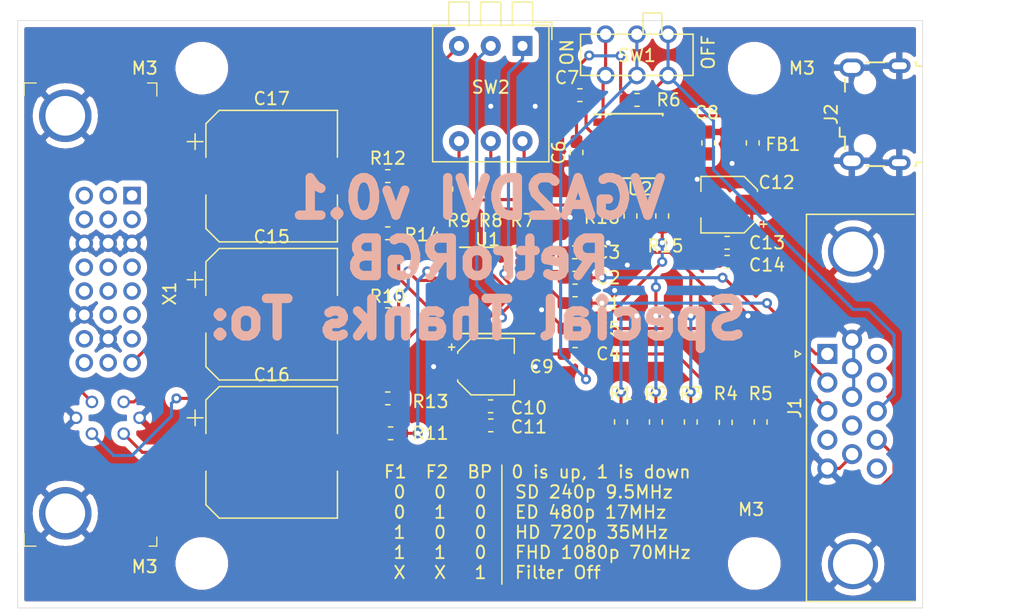
<source format=kicad_pcb>
(kicad_pcb (version 20171130) (host pcbnew "(5.1.0)-1")
  (layers (0 F.Cu signal) (31 B.Cu signal) (34 B.Paste user) (35 F.Paste user) (36 B.SilkS user) (37 F.SilkS user) (38 B.Mask user) (39 F.Mask user) (44 Edge.Cuts user))
  (net 0 "")
  (net 1 VGA_RED)
  (net 2 SF1_IN)
  (net 3 SF2_IN)
  (net 4 VGA_GREEN)
  (net 5 VGA_BLUE)
  (net 6 SF3_IN)
  (net 7 SD1_IN)
  (net 8 HSYNC_SWITCH)
  (net 9 VGA_VSYNC)
  (net 10 SD2_IN)
  (net 11 "Net-(C6-Pad2)")
  (net 12 GND)
  (net 13 "Net-(C8-Pad1)")
  (net 14 5V)
  (net 15 RED_OUT)
  (net 16 "Net-(C15-Pad2)")
  (net 17 "Net-(C16-Pad2)")
  (net 18 GREEN_OUT)
  (net 19 BLUE_OUT)
  (net 20 "Net-(C17-Pad2)")
  (net 21 "Net-(FB1-Pad2)")
  (net 22 "Net-(J1-Pad4)")
  (net 23 "Net-(J1-Pad9)")
  (net 24 "Net-(J1-Pad11)")
  (net 25 "Net-(J1-Pad12)")
  (net 26 VGA_HSYNC)
  (net 27 "Net-(J1-Pad15)")
  (net 28 "Net-(J2-Pad2)")
  (net 29 "Net-(J2-Pad3)")
  (net 30 "Net-(J2-Pad4)")
  (net 31 "Net-(R7-Pad1)")
  (net 32 "Net-(R8-Pad1)")
  (net 33 "Net-(R9-Pad1)")
  (net 34 "Net-(R10-Pad2)")
  (net 35 "Net-(R11-Pad2)")
  (net 36 "Net-(R12-Pad2)")
  (net 37 HSYNC_OUT)
  (net 38 "Net-(R13-Pad2)")
  (net 39 "Net-(R14-Pad2)")
  (net 40 VSYNC_OUT)
  (net 41 STRIP_SYNC)
  (net 42 FILTER1)
  (net 43 FILTER2)
  (net 44 BYPASS)
  (net 45 "Net-(U1-Pad15)")
  (net 46 "Net-(U1-Pad17)")
  (net 47 "Net-(U1-Pad18)")
  (net 48 "Net-(U2-Pad3)")
  (net 49 "Net-(U2-Pad5)")
  (net 50 "Net-(U2-Pad7)")
  (net 51 "Net-(X1-Pad17)")
  (net 52 "Net-(X1-Pad18)")
  (net 53 "Net-(X1-Pad20)")
  (net 54 "Net-(X1-Pad21)")
  (net 55 "Net-(X1-Pad23)")
  (net 56 "Net-(X1-Pad24)")
  (net 57 "Net-(X1-Pad9)")
  (net 58 "Net-(X1-Pad10)")
  (net 59 "Net-(X1-Pad12)")
  (net 60 "Net-(X1-Pad13)")
  (net 61 "Net-(X1-Pad14)")
  (net 62 "Net-(X1-Pad16)")
  (net 63 "Net-(X1-Pad1)")
  (net 64 "Net-(X1-Pad2)")
  (net 65 "Net-(X1-Pad4)")
  (net 66 "Net-(X1-Pad5)")
  (net 67 "Net-(X1-Pad6)")
  (net 68 "Net-(X1-Pad7)")
  (net 69 "Net-(C7-Pad2)")
  (module MountingHole:MountingHole_3.2mm_M3 (layer F.Cu) (at 150.368 83.82)
    (fp_text reference M3 (at 3.81 0) (layer F.SilkS))
    (fp_text value MountingHole_3.2mm_M3)
    (pad 1 np_thru_hole circle (at 0 0) (size 3.2 3.2) (drill 3.2) (layers *.Cu *.Mask))
  )
  (module MountingHole:MountingHole_3.2mm_M3 (layer F.Cu) (at 150.368 123.444)
    (fp_text reference M3 (at -0.254 -4.318) (layer F.SilkS))
    (fp_text value MountingHole_3.2mm_M3)
    (pad 1 np_thru_hole circle (at 0 0) (size 3.2 3.2) (drill 3.2) (layers *.Cu *.Mask))
  )
  (module MountingHole:MountingHole_3.2mm_M3 (layer F.Cu) (at 106.172 83.82)
    (fp_text reference M3 (at -4.572 0) (layer F.SilkS))
    (fp_text value MountingHole_3.2mm_M3)
    (pad 1 np_thru_hole circle (at 0 0) (size 3.2 3.2) (drill 3.2) (layers *.Cu *.Mask))
  )
  (module MountingHole:MountingHole_3.2mm_M3 (layer F.Cu) (at 106.172 123.444)
    (fp_text reference M3 (at -4.572 0.254) (layer F.SilkS))
    (fp_text value MountingHole_3.2mm_M3)
    (pad 1 np_thru_hole circle (at 0 0) (size 3.2 3.2) (drill 3.2) (layers *.Cu *.Mask))
  )
  (module Connector_Dsub:DSUB-15-HD_Female_Horizontal_P2.29x1.98mm_EdgePinOffset3.03mm_Housed_MountingHolesOffset4.94mm (layer F.Cu) (at 160.02 111.125 90)
    (fp_text reference J1 (at 0.13 -6.42 90) (layer F.SilkS))
    (fp_text value DB15_Female_HighDensity)
    (pad 1 thru_hole rect (at 4.445 -3.81 90) (size 1.6 1.6) (drill 1) (layers *.Cu *.Mask) (net 1 VGA_RED))
    (pad 2 thru_hole circle (at 2.155 -3.81 90) (size 1.6 1.6) (drill 1) (layers *.Cu *.Mask) (net 4 VGA_GREEN))
    (pad 3 thru_hole circle (at -0.135 -3.81 90) (size 1.6 1.6) (drill 1) (layers *.Cu *.Mask) (net 5 VGA_BLUE))
    (pad 4 thru_hole circle (at -2.425 -3.81 90) (size 1.6 1.6) (drill 1) (layers *.Cu *.Mask) (net 22 "Net-(J1-Pad4)"))
    (pad 5 thru_hole circle (at -4.715 -3.81 90) (size 1.6 1.6) (drill 1) (layers *.Cu *.Mask) (net 12 GND))
    (pad 6 thru_hole circle (at 5.59 -1.83 90) (size 1.6 1.6) (drill 1) (layers *.Cu *.Mask) (net 12 GND))
    (pad 7 thru_hole circle (at 3.3 -1.83 90) (size 1.6 1.6) (drill 1) (layers *.Cu *.Mask) (net 12 GND))
    (pad 8 thru_hole circle (at 1.01 -1.83 90) (size 1.6 1.6) (drill 1) (layers *.Cu *.Mask) (net 12 GND))
    (pad 9 thru_hole circle (at -1.28 -1.83 90) (size 1.6 1.6) (drill 1) (layers *.Cu *.Mask) (net 23 "Net-(J1-Pad9)"))
    (pad 10 thru_hole circle (at -3.57 -1.83 90) (size 1.6 1.6) (drill 1) (layers *.Cu *.Mask) (net 12 GND))
    (pad 11 thru_hole circle (at 4.445 0.15 90) (size 1.6 1.6) (drill 1) (layers *.Cu *.Mask) (net 24 "Net-(J1-Pad11)"))
    (pad 12 thru_hole circle (at 2.155 0.15 90) (size 1.6 1.6) (drill 1) (layers *.Cu *.Mask) (net 25 "Net-(J1-Pad12)"))
    (pad 13 thru_hole circle (at -0.135 0.15 90) (size 1.6 1.6) (drill 1) (layers *.Cu *.Mask) (net 26 VGA_HSYNC))
    (pad 14 thru_hole circle (at -2.425 0.15 90) (size 1.6 1.6) (drill 1) (layers *.Cu *.Mask) (net 9 VGA_VSYNC))
    (pad 15 thru_hole circle (at -4.715 0.15 90) (size 1.6 1.6) (drill 1) (layers *.Cu *.Mask) (net 27 "Net-(J1-Pad15)"))
    (pad 0 thru_hole circle (at -12.37 -1.76 90) (size 4 4) (drill 3.2) (layers *.Cu *.Mask) (net 12 GND))
    (pad 0 thru_hole circle (at 12.63 -1.76 90) (size 4 4) (drill 3.2) (layers *.Cu *.Mask) (net 12 GND))
  )
  (module "SCART to DVI-A Compact:JS202011" (layer F.Cu) (at 140.97 82.804 180)
    (fp_text reference SW1 hide)
    (fp_text value SW_DPDT_x2 hide)
    (pad 1 thru_hole circle (at -2.5 1.7 180) (size 1.408 1.408) (drill 0.9) (layers *.Cu *.Mask) (net 26 VGA_HSYNC))
    (pad 2 thru_hole circle (at 0 1.7 180) (size 1.408 1.408) (drill 0.9) (layers *.Cu *.Mask) (net 8 HSYNC_SWITCH))
    (pad 3 thru_hole circle (at 2.5 1.7 180) (size 1.408 1.408) (drill 0.9) (layers *.Cu *.Mask) (net 41 STRIP_SYNC))
    (pad 6 thru_hole circle (at 2.5 -1.6 180) (size 1.408 1.408) (drill 0.9) (layers *.Cu *.Mask) (net 41 STRIP_SYNC))
    (pad 5 thru_hole circle (at 0 -1.6 180) (size 1.408 1.408) (drill 0.9) (layers *.Cu *.Mask) (net 8 HSYNC_SWITCH))
    (pad 4 thru_hole circle (at -2.5 -1.6 180) (size 1.408 1.408) (drill 0.9) (layers *.Cu *.Mask) (net 26 VGA_HSYNC))
  )
  (module Capacitor_SMD:C_0603_1608Metric_Pad1.05x0.95mm_HandSolder (layer F.Cu) (at 136.031 102.616)
    (fp_text reference C1 (at 2.653 0) (layer F.SilkS))
    (fp_text value 100nF)
    (pad 2 smd roundrect (at 0.875 0) (size 1.05 0.95) (layers F.Cu F.Paste F.Mask) (net 1 VGA_RED))
    (pad 1 smd roundrect (at -0.875 0) (size 1.05 0.95) (layers F.Cu F.Paste F.Mask) (net 2 SF1_IN))
  )
  (module Capacitor_SMD:C_0603_1608Metric_Pad1.05x0.95mm_HandSolder (layer F.Cu) (at 136.031 100.584)
    (fp_text reference C2 (at 2.653 0) (layer F.SilkS))
    (fp_text value 100nF)
    (pad 1 smd roundrect (at -0.875 0) (size 1.05 0.95) (layers F.Cu F.Paste F.Mask) (net 3 SF2_IN))
    (pad 2 smd roundrect (at 0.875 0) (size 1.05 0.95) (layers F.Cu F.Paste F.Mask) (net 4 VGA_GREEN))
  )
  (module Capacitor_SMD:C_0603_1608Metric_Pad1.05x0.95mm_HandSolder (layer F.Cu) (at 136.003 98.552)
    (fp_text reference C3 (at 2.681 0) (layer F.SilkS))
    (fp_text value 100nF)
    (pad 2 smd roundrect (at 0.875 0) (size 1.05 0.95) (layers F.Cu F.Paste F.Mask) (net 5 VGA_BLUE))
    (pad 1 smd roundrect (at -0.875 0) (size 1.05 0.95) (layers F.Cu F.Paste F.Mask) (net 6 SF3_IN))
  )
  (module Capacitor_SMD:C_0603_1608Metric_Pad1.05x0.95mm_HandSolder (layer F.Cu) (at 136.031 106.68)
    (fp_text reference C4 (at 2.653 0) (layer F.SilkS))
    (fp_text value 100nF)
    (pad 1 smd roundrect (at -0.875 0) (size 1.05 0.95) (layers F.Cu F.Paste F.Mask) (net 7 SD1_IN))
    (pad 2 smd roundrect (at 0.875 0) (size 1.05 0.95) (layers F.Cu F.Paste F.Mask) (net 8 HSYNC_SWITCH))
  )
  (module Capacitor_SMD:C_0603_1608Metric_Pad1.05x0.95mm_HandSolder (layer F.Cu) (at 136.031 104.648)
    (fp_text reference C5 (at 2.653 0) (layer F.SilkS))
    (fp_text value 100nF)
    (pad 2 smd roundrect (at 0.875 0) (size 1.05 0.95) (layers F.Cu F.Paste F.Mask) (net 9 VGA_VSYNC))
    (pad 1 smd roundrect (at -0.875 0) (size 1.05 0.95) (layers F.Cu F.Paste F.Mask) (net 10 SD2_IN))
  )
  (module Capacitor_SMD:C_0603_1608Metric_Pad1.05x0.95mm_HandSolder (layer F.Cu) (at 136.144 90.565 90)
    (fp_text reference C6 (at 0 -1.43 90) (layer F.SilkS))
    (fp_text value 510pF)
    (pad 2 smd roundrect (at 0.875 0 90) (size 1.05 0.95) (layers F.Cu F.Paste F.Mask) (net 11 "Net-(C6-Pad2)"))
    (pad 1 smd roundrect (at -0.875 0 90) (size 1.05 0.95) (layers F.Cu F.Paste F.Mask) (net 12 GND))
  )
  (module Capacitor_SMD:C_0603_1608Metric_Pad1.05x0.95mm_HandSolder (layer F.Cu) (at 136.412 85.979)
    (fp_text reference C7 (at -1.03 -1.397) (layer F.SilkS))
    (fp_text value 100nF)
    (pad 1 smd roundrect (at -0.875 0) (size 1.05 0.95) (layers F.Cu F.Paste F.Mask) (net 11 "Net-(C6-Pad2)"))
    (pad 2 smd roundrect (at 0.875 0) (size 1.05 0.95) (layers F.Cu F.Paste F.Mask) (net 69 "Net-(C7-Pad2)"))
  )
  (module Capacitor_SMD:C_0603_1608Metric_Pad1.05x0.95mm_HandSolder (layer F.Cu) (at 146.685 89.803 90)
    (fp_text reference C8 (at 2.427 -0.127 180) (layer F.SilkS))
    (fp_text value 56nF)
    (pad 1 smd roundrect (at -0.875 0 90) (size 1.05 0.95) (layers F.Cu F.Paste F.Mask) (net 13 "Net-(C8-Pad1)"))
    (pad 2 smd roundrect (at 0.875 0 90) (size 1.05 0.95) (layers F.Cu F.Paste F.Mask) (net 12 GND))
  )
  (module Capacitor_SMD:CP_Elec_4x5.4 (layer F.Cu) (at 128.905 107.696)
    (fp_text reference C9 (at 4.445 0) (layer F.SilkS))
    (fp_text value 10μF)
    (pad 2 smd roundrect (at 1.8 0) (size 2.6 1.6) (layers F.Cu F.Paste F.Mask) (roundrect_rratio 0.15625) (net 12 GND))
    (pad 1 smd roundrect (at -1.8 0) (size 2.6 1.6) (layers F.Cu F.Paste F.Mask) (roundrect_rratio 0.15625) (net 14 5V))
  )
  (module Capacitor_SMD:C_0603_1608Metric_Pad1.05x0.95mm_HandSolder (layer F.Cu) (at 129.272 110.871 180)
    (fp_text reference C10 (at -3.062 -0.127 180) (layer F.SilkS))
    (fp_text value 100nF)
    (pad 2 smd roundrect (at 0.875 0 180) (size 1.05 0.95) (layers F.Cu F.Paste F.Mask) (net 14 5V))
    (pad 1 smd roundrect (at -0.875 0 180) (size 1.05 0.95) (layers F.Cu F.Paste F.Mask) (net 12 GND))
  )
  (module Capacitor_SMD:C_0603_1608Metric_Pad1.05x0.95mm_HandSolder (layer F.Cu) (at 129.286 112.395 180)
    (fp_text reference C11 (at -3.048 -0.127 180) (layer F.SilkS))
    (fp_text value 10nF)
    (pad 1 smd roundrect (at -0.875 0 180) (size 1.05 0.95) (layers F.Cu F.Paste F.Mask) (net 12 GND))
    (pad 2 smd roundrect (at 0.875 0 180) (size 1.05 0.95) (layers F.Cu F.Paste F.Mask) (net 14 5V))
  )
  (module Capacitor_SMD:CP_Elec_4x5.4 (layer F.Cu) (at 148.358 94.742 180)
    (fp_text reference C12 (at -3.788 1.778 180) (layer F.SilkS))
    (fp_text value 10μF)
    (pad 1 smd roundrect (at -1.8 0 180) (size 2.6 1.6) (layers F.Cu F.Paste F.Mask) (roundrect_rratio 0.15625) (net 14 5V))
    (pad 2 smd roundrect (at 1.8 0 180) (size 2.6 1.6) (layers F.Cu F.Paste F.Mask) (roundrect_rratio 0.15625) (net 12 GND))
  )
  (module Capacitor_SMD:C_0603_1608Metric_Pad1.05x0.95mm_HandSolder (layer F.Cu) (at 148.195 97.79)
    (fp_text reference C13 (at 3.189 0) (layer F.SilkS))
    (fp_text value 100nF)
    (pad 2 smd roundrect (at 0.875 0) (size 1.05 0.95) (layers F.Cu F.Paste F.Mask) (net 14 5V))
    (pad 1 smd roundrect (at -0.875 0) (size 1.05 0.95) (layers F.Cu F.Paste F.Mask) (net 12 GND))
  )
  (module Capacitor_SMD:C_0603_1608Metric_Pad1.05x0.95mm_HandSolder (layer F.Cu) (at 148.195 99.314)
    (fp_text reference C14 (at 3.189 0.254) (layer F.SilkS))
    (fp_text value 10nF)
    (pad 1 smd roundrect (at -0.875 0) (size 1.05 0.95) (layers F.Cu F.Paste F.Mask) (net 12 GND))
    (pad 2 smd roundrect (at 0.875 0) (size 1.05 0.95) (layers F.Cu F.Paste F.Mask) (net 14 5V))
  )
  (module Capacitor_SMD:CP_Elec_10x10 (layer F.Cu) (at 111.76 103.505)
    (fp_text reference C15 (at 0 -6.2) (layer F.SilkS))
    (fp_text value 470μF)
    (pad 1 smd roundrect (at -4 0) (size 4 2.5) (layers F.Cu F.Paste F.Mask) (roundrect_rratio 0.1) (net 15 RED_OUT))
    (pad 2 smd roundrect (at 4 0) (size 4 2.5) (layers F.Cu F.Paste F.Mask) (roundrect_rratio 0.1) (net 16 "Net-(C15-Pad2)"))
  )
  (module Capacitor_SMD:CP_Elec_10x10 (layer F.Cu) (at 111.76 114.554)
    (fp_text reference C16 (at 0 -6.2) (layer F.SilkS))
    (fp_text value 470μF)
    (pad 2 smd roundrect (at 4 0) (size 4 2.5) (layers F.Cu F.Paste F.Mask) (roundrect_rratio 0.1) (net 17 "Net-(C16-Pad2)"))
    (pad 1 smd roundrect (at -4 0) (size 4 2.5) (layers F.Cu F.Paste F.Mask) (roundrect_rratio 0.1) (net 18 GREEN_OUT))
  )
  (module Capacitor_SMD:CP_Elec_10x10 (layer F.Cu) (at 111.76 92.456)
    (fp_text reference C17 (at 0 -6.2) (layer F.SilkS))
    (fp_text value 470μF)
    (pad 1 smd roundrect (at -4 0) (size 4 2.5) (layers F.Cu F.Paste F.Mask) (roundrect_rratio 0.1) (net 19 BLUE_OUT))
    (pad 2 smd roundrect (at 4 0) (size 4 2.5) (layers F.Cu F.Paste F.Mask) (roundrect_rratio 0.1) (net 20 "Net-(C17-Pad2)"))
  )
  (module Inductor_SMD:L_0603_1608Metric_Pad1.05x0.95mm_HandSolder (layer F.Cu) (at 150.241 89.803 90)
    (fp_text reference FB1 (at -0.113 2.413 180) (layer F.SilkS))
    (fp_text value 220Ω)
    (pad 1 smd roundrect (at -0.875 0 90) (size 1.05 0.95) (layers F.Cu F.Paste F.Mask) (net 14 5V))
    (pad 2 smd roundrect (at 0.875 0 90) (size 1.05 0.95) (layers F.Cu F.Paste F.Mask) (net 21 "Net-(FB1-Pad2)"))
  )
  (module Connector_USB:USB_Micro-B_Wuerth_629105150521 (layer F.Cu) (at 160.02 87.503 90)
    (fp_text reference J2 (at 0 -3.5 90) (layer F.SilkS))
    (fp_text value USB_B_Micro)
    (pad 1 smd rect (at -1.3 -1.9 90) (size 0.45 1.3) (layers F.Cu F.Paste F.Mask) (net 21 "Net-(FB1-Pad2)"))
    (pad 2 smd rect (at -0.65 -1.9 90) (size 0.45 1.3) (layers F.Cu F.Paste F.Mask) (net 28 "Net-(J2-Pad2)"))
    (pad 3 smd rect (at 0 -1.9 90) (size 0.45 1.3) (layers F.Cu F.Paste F.Mask) (net 29 "Net-(J2-Pad3)"))
    (pad 4 smd rect (at 0.65 -1.9 90) (size 0.45 1.3) (layers F.Cu F.Paste F.Mask) (net 30 "Net-(J2-Pad4)"))
    (pad 5 smd rect (at 1.3 -1.9 90) (size 0.45 1.3) (layers F.Cu F.Paste F.Mask) (net 12 GND))
    (pad 6 thru_hole oval (at -3.725 -1.85 90) (size 1.45 2) (drill oval 0.85 1.4) (layers *.Cu *.Mask) (net 12 GND))
    (pad 6 thru_hole oval (at 3.725 -1.85 90) (size 1.45 2) (drill oval 0.85 1.4) (layers *.Cu *.Mask) (net 12 GND))
    (pad 6 thru_hole oval (at -3.875 1.95 90) (size 1.15 1.8) (drill oval 0.55 1.2) (layers *.Cu *.Mask) (net 12 GND))
    (pad 6 thru_hole oval (at 3.875 1.95 90) (size 1.15 1.8) (drill oval 0.55 1.2) (layers *.Cu *.Mask) (net 12 GND))
    (pad "" np_thru_hole oval (at -2.5 -0.8 90) (size 0.8 0.8) (drill 0.8) (layers *.Cu *.Mask))
    (pad "" np_thru_hole oval (at 2.5 -0.8 90) (size 0.8 0.8) (drill 0.8) (layers *.Cu *.Mask))
  )
  (module Resistor_SMD:R_0603_1608Metric_Pad1.05x0.95mm_HandSolder (layer F.Cu) (at 139.7 112.127 90)
    (fp_text reference R1 (at 2.272 0 180) (layer F.SilkS))
    (fp_text value 75Ω)
    (pad 1 smd roundrect (at -0.875 0 90) (size 1.05 0.95) (layers F.Cu F.Paste F.Mask) (net 12 GND))
    (pad 2 smd roundrect (at 0.875 0 90) (size 1.05 0.95) (layers F.Cu F.Paste F.Mask) (net 1 VGA_RED))
  )
  (module Resistor_SMD:R_0603_1608Metric_Pad1.05x0.95mm_HandSolder (layer F.Cu) (at 142.494 112.127 90)
    (fp_text reference R2 (at 2.272 0 180) (layer F.SilkS))
    (fp_text value 75Ω)
    (pad 1 smd roundrect (at -0.875 0 90) (size 1.05 0.95) (layers F.Cu F.Paste F.Mask) (net 12 GND))
    (pad 2 smd roundrect (at 0.875 0 90) (size 1.05 0.95) (layers F.Cu F.Paste F.Mask) (net 4 VGA_GREEN))
  )
  (module Resistor_SMD:R_0603_1608Metric_Pad1.05x0.95mm_HandSolder (layer F.Cu) (at 145.288 112.127 90)
    (fp_text reference R3 (at 2.272 0 180) (layer F.SilkS))
    (fp_text value 75Ω)
    (pad 2 smd roundrect (at 0.875 0 90) (size 1.05 0.95) (layers F.Cu F.Paste F.Mask) (net 5 VGA_BLUE))
    (pad 1 smd roundrect (at -0.875 0 90) (size 1.05 0.95) (layers F.Cu F.Paste F.Mask) (net 12 GND))
  )
  (module Resistor_SMD:R_0603_1608Metric_Pad1.05x0.95mm_HandSolder (layer F.Cu) (at 148.082 112.155 90)
    (fp_text reference R4 (at 2.3 0 180) (layer F.SilkS))
    (fp_text value 75Ω)
    (pad 2 smd roundrect (at 0.875 0 90) (size 1.05 0.95) (layers F.Cu F.Paste F.Mask) (net 8 HSYNC_SWITCH))
    (pad 1 smd roundrect (at -0.875 0 90) (size 1.05 0.95) (layers F.Cu F.Paste F.Mask) (net 12 GND))
  )
  (module Resistor_SMD:R_0603_1608Metric_Pad1.05x0.95mm_HandSolder (layer F.Cu) (at 150.876 112.127 90)
    (fp_text reference R5 (at 2.272 0 180) (layer F.SilkS))
    (fp_text value 75Ω)
    (pad 1 smd roundrect (at -0.875 0 90) (size 1.05 0.95) (layers F.Cu F.Paste F.Mask) (net 12 GND))
    (pad 2 smd roundrect (at 0.875 0 90) (size 1.05 0.95) (layers F.Cu F.Paste F.Mask) (net 9 VGA_VSYNC))
  )
  (module Resistor_SMD:R_0603_1608Metric_Pad1.05x0.95mm_HandSolder (layer F.Cu) (at 140.984 86.36)
    (fp_text reference R6 (at 2.526 0) (layer F.SilkS))
    (fp_text value 620Ω)
    (pad 2 smd roundrect (at 0.875 0) (size 1.05 0.95) (layers F.Cu F.Paste F.Mask) (net 26 VGA_HSYNC))
    (pad 1 smd roundrect (at -0.875 0) (size 1.05 0.95) (layers F.Cu F.Paste F.Mask) (net 11 "Net-(C6-Pad2)"))
  )
  (module Resistor_SMD:R_0603_1608Metric_Pad1.05x0.95mm_HandSolder (layer F.Cu) (at 131.953 93.486 270)
    (fp_text reference R7 (at 2.526 0.127) (layer F.SilkS))
    (fp_text value 10K)
    (pad 1 smd roundrect (at -0.875 0 270) (size 1.05 0.95) (layers F.Cu F.Paste F.Mask) (net 31 "Net-(R7-Pad1)"))
    (pad 2 smd roundrect (at 0.875 0 270) (size 1.05 0.95) (layers F.Cu F.Paste F.Mask) (net 14 5V))
  )
  (module Resistor_SMD:R_0603_1608Metric_Pad1.05x0.95mm_HandSolder (layer F.Cu) (at 129.286 93.458 270)
    (fp_text reference R8 (at 2.554 0) (layer F.SilkS))
    (fp_text value 10K)
    (pad 2 smd roundrect (at 0.875 0 270) (size 1.05 0.95) (layers F.Cu F.Paste F.Mask) (net 14 5V))
    (pad 1 smd roundrect (at -0.875 0 270) (size 1.05 0.95) (layers F.Cu F.Paste F.Mask) (net 32 "Net-(R8-Pad1)"))
  )
  (module Resistor_SMD:R_0603_1608Metric_Pad1.05x0.95mm_HandSolder (layer F.Cu) (at 126.746 93.486 270)
    (fp_text reference R9 (at 2.526 0) (layer F.SilkS))
    (fp_text value 10K)
    (pad 2 smd roundrect (at 0.875 0 270) (size 1.05 0.95) (layers F.Cu F.Paste F.Mask) (net 14 5V))
    (pad 1 smd roundrect (at -0.875 0 270) (size 1.05 0.95) (layers F.Cu F.Paste F.Mask) (net 33 "Net-(R9-Pad1)"))
  )
  (module Resistor_SMD:R_0603_1608Metric_Pad1.05x0.95mm_HandSolder (layer F.Cu) (at 121.045 103.505)
    (fp_text reference R10 (at 0 -1.43) (layer F.SilkS))
    (fp_text value 75Ω)
    (pad 1 smd roundrect (at -0.875 0) (size 1.05 0.95) (layers F.Cu F.Paste F.Mask) (net 16 "Net-(C15-Pad2)"))
    (pad 2 smd roundrect (at 0.875 0) (size 1.05 0.95) (layers F.Cu F.Paste F.Mask) (net 34 "Net-(R10-Pad2)"))
  )
  (module Resistor_SMD:R_0603_1608Metric_Pad1.05x0.95mm_HandSolder (layer F.Cu) (at 121.271 113.03)
    (fp_text reference R11 (at 3.189 0) (layer F.SilkS))
    (fp_text value 75Ω)
    (pad 2 smd roundrect (at 0.875 0) (size 1.05 0.95) (layers F.Cu F.Paste F.Mask) (net 35 "Net-(R11-Pad2)"))
    (pad 1 smd roundrect (at -0.875 0) (size 1.05 0.95) (layers F.Cu F.Paste F.Mask) (net 17 "Net-(C16-Pad2)"))
  )
  (module Resistor_SMD:R_0603_1608Metric_Pad1.05x0.95mm_HandSolder (layer F.Cu) (at 121.045 92.456)
    (fp_text reference R12 (at 0 -1.43) (layer F.SilkS))
    (fp_text value 75Ω)
    (pad 1 smd roundrect (at -0.875 0) (size 1.05 0.95) (layers F.Cu F.Paste F.Mask) (net 20 "Net-(C17-Pad2)"))
    (pad 2 smd roundrect (at 0.875 0) (size 1.05 0.95) (layers F.Cu F.Paste F.Mask) (net 36 "Net-(R12-Pad2)"))
  )
  (module Resistor_SMD:R_0603_1608Metric_Pad1.05x0.95mm_HandSolder (layer F.Cu) (at 121.045 110.236)
    (fp_text reference R13 (at 3.415 0.254) (layer F.SilkS))
    (fp_text value 75Ω)
    (pad 1 smd roundrect (at -0.875 0) (size 1.05 0.95) (layers F.Cu F.Paste F.Mask) (net 37 HSYNC_OUT))
    (pad 2 smd roundrect (at 0.875 0) (size 1.05 0.95) (layers F.Cu F.Paste F.Mask) (net 38 "Net-(R13-Pad2)"))
  )
  (module Resistor_SMD:R_0603_1608Metric_Pad1.05x0.95mm_HandSolder (layer F.Cu) (at 121.045 97.028)
    (fp_text reference R14 (at 2.78 0.127) (layer F.SilkS))
    (fp_text value 75Ω)
    (pad 2 smd roundrect (at 0.875 0) (size 1.05 0.95) (layers F.Cu F.Paste F.Mask) (net 39 "Net-(R14-Pad2)"))
    (pad 1 smd roundrect (at -0.875 0) (size 1.05 0.95) (layers F.Cu F.Paste F.Mask) (net 40 VSYNC_OUT))
  )
  (module Resistor_SMD:R_0603_1608Metric_Pad1.05x0.95mm_HandSolder (layer F.Cu) (at 143.002 95.645 270)
    (fp_text reference R15 (at 2.399 -0.254) (layer F.SilkS))
    (fp_text value 5.36M)
    (pad 1 smd roundrect (at -0.875 0 270) (size 1.05 0.95) (layers F.Cu F.Paste F.Mask) (net 14 5V))
    (pad 2 smd roundrect (at 0.875 0 270) (size 1.05 0.95) (layers F.Cu F.Paste F.Mask) (net 2 SF1_IN))
  )
  (module Resistor_SMD:R_0603_1608Metric_Pad1.05x0.95mm_HandSolder (layer F.Cu) (at 140.462 95.645 270)
    (fp_text reference R16 (at 0.113 2.286) (layer F.SilkS))
    (fp_text value 5.36M)
    (pad 2 smd roundrect (at 0.875 0 270) (size 1.05 0.95) (layers F.Cu F.Paste F.Mask) (net 6 SF3_IN))
    (pad 1 smd roundrect (at -0.875 0 270) (size 1.05 0.95) (layers F.Cu F.Paste F.Mask) (net 14 5V))
  )
  (module Button_Switch_THT:SW_DIP_SPSTx03_Piano_10.8x9.18mm_W7.62mm_P2.54mm (layer F.Cu) (at 131.826 82.042 270)
    (fp_text reference SW2 (at 3.302 2.54) (layer F.SilkS))
    (fp_text value SW_DIP_x03)
    (pad 1 thru_hole rect (at 0 0 270) (size 1.6 1.6) (drill 0.8) (layers *.Cu *.Mask) (net 42 FILTER1))
    (pad 4 thru_hole oval (at 7.62 5.08 270) (size 1.6 1.6) (drill 0.8) (layers *.Cu *.Mask) (net 33 "Net-(R9-Pad1)"))
    (pad 2 thru_hole oval (at 0 2.54 270) (size 1.6 1.6) (drill 0.8) (layers *.Cu *.Mask) (net 43 FILTER2))
    (pad 5 thru_hole oval (at 7.62 2.54 270) (size 1.6 1.6) (drill 0.8) (layers *.Cu *.Mask) (net 32 "Net-(R8-Pad1)"))
    (pad 3 thru_hole oval (at 0 5.08 270) (size 1.6 1.6) (drill 0.8) (layers *.Cu *.Mask) (net 44 BYPASS))
    (pad 6 thru_hole oval (at 7.62 0 270) (size 1.6 1.6) (drill 0.8) (layers *.Cu *.Mask) (net 31 "Net-(R7-Pad1)"))
  )
  (module Package_SO:TSSOP-20_4.4x6.5mm_P0.65mm (layer F.Cu) (at 129.032 101.6 180)
    (fp_text reference U1 (at 0 4.064 180) (layer F.SilkS))
    (fp_text value THS7368)
    (pad 1 smd rect (at -2.95 -2.925 180) (size 1.45 0.45) (layers F.Cu F.Paste F.Mask) (net 7 SD1_IN))
    (pad 2 smd rect (at -2.95 -2.275 180) (size 1.45 0.45) (layers F.Cu F.Paste F.Mask) (net 10 SD2_IN))
    (pad 3 smd rect (at -2.95 -1.625 180) (size 1.45 0.45) (layers F.Cu F.Paste F.Mask) (net 12 GND))
    (pad 4 smd rect (at -2.95 -0.975 180) (size 1.45 0.45) (layers F.Cu F.Paste F.Mask) (net 43 FILTER2))
    (pad 5 smd rect (at -2.95 -0.325 180) (size 1.45 0.45) (layers F.Cu F.Paste F.Mask) (net 14 5V))
    (pad 6 smd rect (at -2.95 0.325 180) (size 1.45 0.45) (layers F.Cu F.Paste F.Mask) (net 42 FILTER1))
    (pad 7 smd rect (at -2.95 0.975 180) (size 1.45 0.45) (layers F.Cu F.Paste F.Mask) (net 2 SF1_IN))
    (pad 8 smd rect (at -2.95 1.625 180) (size 1.45 0.45) (layers F.Cu F.Paste F.Mask) (net 3 SF2_IN))
    (pad 9 smd rect (at -2.95 2.275 180) (size 1.45 0.45) (layers F.Cu F.Paste F.Mask) (net 6 SF3_IN))
    (pad 10 smd rect (at -2.95 2.925 180) (size 1.45 0.45) (layers F.Cu F.Paste F.Mask) (net 44 BYPASS))
    (pad 11 smd rect (at 2.95 2.925 180) (size 1.45 0.45) (layers F.Cu F.Paste F.Mask) (net 44 BYPASS))
    (pad 12 smd rect (at 2.95 2.275 180) (size 1.45 0.45) (layers F.Cu F.Paste F.Mask) (net 36 "Net-(R12-Pad2)"))
    (pad 13 smd rect (at 2.95 1.625 180) (size 1.45 0.45) (layers F.Cu F.Paste F.Mask) (net 35 "Net-(R11-Pad2)"))
    (pad 14 smd rect (at 2.95 0.975 180) (size 1.45 0.45) (layers F.Cu F.Paste F.Mask) (net 34 "Net-(R10-Pad2)"))
    (pad 15 smd rect (at 2.95 0.325 180) (size 1.45 0.45) (layers F.Cu F.Paste F.Mask) (net 45 "Net-(U1-Pad15)"))
    (pad 16 smd rect (at 2.95 -0.325 180) (size 1.45 0.45) (layers F.Cu F.Paste F.Mask) (net 12 GND))
    (pad 17 smd rect (at 2.95 -0.975 180) (size 1.45 0.45) (layers F.Cu F.Paste F.Mask) (net 46 "Net-(U1-Pad17)"))
    (pad 18 smd rect (at 2.95 -1.625 180) (size 1.45 0.45) (layers F.Cu F.Paste F.Mask) (net 47 "Net-(U1-Pad18)"))
    (pad 19 smd rect (at 2.95 -2.275 180) (size 1.45 0.45) (layers F.Cu F.Paste F.Mask) (net 39 "Net-(R14-Pad2)"))
    (pad 20 smd rect (at 2.95 -2.925 180) (size 1.45 0.45) (layers F.Cu F.Paste F.Mask) (net 38 "Net-(R13-Pad2)"))
  )
  (module Package_SO:SOIC-8_3.9x4.9mm_P1.27mm (layer F.Cu) (at 140.97 90.043)
    (fp_text reference U2 (at 0.254 3.429) (layer F.SilkS))
    (fp_text value ISL69885)
    (pad 1 smd rect (at -2.7 -1.905) (size 1.55 0.6) (layers F.Cu F.Paste F.Mask) (net 41 STRIP_SYNC))
    (pad 2 smd rect (at -2.7 -0.635) (size 1.55 0.6) (layers F.Cu F.Paste F.Mask) (net 69 "Net-(C7-Pad2)"))
    (pad 3 smd rect (at -2.7 0.635) (size 1.55 0.6) (layers F.Cu F.Paste F.Mask) (net 48 "Net-(U2-Pad3)"))
    (pad 4 smd rect (at -2.7 1.905) (size 1.55 0.6) (layers F.Cu F.Paste F.Mask) (net 12 GND))
    (pad 5 smd rect (at 2.7 1.905) (size 1.55 0.6) (layers F.Cu F.Paste F.Mask) (net 49 "Net-(U2-Pad5)"))
    (pad 6 smd rect (at 2.7 0.635) (size 1.55 0.6) (layers F.Cu F.Paste F.Mask) (net 13 "Net-(C8-Pad1)"))
    (pad 7 smd rect (at 2.7 -0.635) (size 1.55 0.6) (layers F.Cu F.Paste F.Mask) (net 50 "Net-(U2-Pad7)"))
    (pad 8 smd rect (at 2.7 -1.905) (size 1.55 0.6) (layers F.Cu F.Paste F.Mask) (net 14 5V))
  )
  (module digikey-footprints:DVI_Female_74320-9010 (layer F.Cu) (at 95.25 87.63 270)
    (fp_text reference X1 (at 14.225 -8.35 270) (layer F.SilkS))
    (fp_text value DVI-I-R)
    (pad SH thru_hole circle (at 0 0 270) (size 4.2 4.2) (drill 3.175) (layers *.Cu *.Mask) (net 12 GND))
    (pad SH thru_hole circle (at 31.8 0 270) (size 4.2 4.2) (drill 3.175) (layers *.Cu *.Mask) (net 12 GND))
    (pad 17 thru_hole circle (at 6.38 -1.52 270) (size 1.4 1.4) (drill 0.86) (layers *.Cu *.Mask) (net 51 "Net-(X1-Pad17)"))
    (pad 18 thru_hole circle (at 8.29 -1.52 270) (size 1.4 1.4) (drill 0.86) (layers *.Cu *.Mask) (net 52 "Net-(X1-Pad18)"))
    (pad 19 thru_hole circle (at 10.2 -1.52 270) (size 1.4 1.4) (drill 0.86) (layers *.Cu *.Mask) (net 12 GND))
    (pad 20 thru_hole circle (at 12.11 -1.52 270) (size 1.4 1.4) (drill 0.86) (layers *.Cu *.Mask) (net 53 "Net-(X1-Pad20)"))
    (pad 21 thru_hole circle (at 14.02 -1.52 270) (size 1.4 1.4) (drill 0.86) (layers *.Cu *.Mask) (net 54 "Net-(X1-Pad21)"))
    (pad 22 thru_hole circle (at 15.93 -1.52 270) (size 1.4 1.4) (drill 0.86) (layers *.Cu *.Mask) (net 12 GND))
    (pad 23 thru_hole circle (at 17.84 -1.52 270) (size 1.4 1.4) (drill 0.86) (layers *.Cu *.Mask) (net 55 "Net-(X1-Pad23)"))
    (pad 24 thru_hole circle (at 19.75 -1.52 270) (size 1.4 1.4) (drill 0.86) (layers *.Cu *.Mask) (net 56 "Net-(X1-Pad24)"))
    (pad 9 thru_hole circle (at 6.38 -3.43 270) (size 1.4 1.4) (drill 0.86) (layers *.Cu *.Mask) (net 57 "Net-(X1-Pad9)"))
    (pad 10 thru_hole circle (at 8.29 -3.43 270) (size 1.4 1.4) (drill 0.86) (layers *.Cu *.Mask) (net 58 "Net-(X1-Pad10)"))
    (pad 11 thru_hole circle (at 10.2 -3.43 270) (size 1.4 1.4) (drill 0.86) (layers *.Cu *.Mask) (net 12 GND))
    (pad 12 thru_hole circle (at 12.11 -3.43 270) (size 1.4 1.4) (drill 0.86) (layers *.Cu *.Mask) (net 59 "Net-(X1-Pad12)"))
    (pad 13 thru_hole circle (at 14.02 -3.43 270) (size 1.4 1.4) (drill 0.86) (layers *.Cu *.Mask) (net 60 "Net-(X1-Pad13)"))
    (pad 14 thru_hole circle (at 15.93 -3.43 270) (size 1.4 1.4) (drill 0.86) (layers *.Cu *.Mask) (net 61 "Net-(X1-Pad14)"))
    (pad 15 thru_hole circle (at 17.84 -3.43 270) (size 1.4 1.4) (drill 0.86) (layers *.Cu *.Mask) (net 12 GND))
    (pad 16 thru_hole circle (at 19.75 -3.43 270) (size 1.4 1.4) (drill 0.86) (layers *.Cu *.Mask) (net 62 "Net-(X1-Pad16)"))
    (pad 1 thru_hole rect (at 6.38 -5.34 270) (size 1.4 1.4) (drill 0.86) (layers *.Cu *.Mask) (net 63 "Net-(X1-Pad1)"))
    (pad 2 thru_hole circle (at 8.29 -5.34 270) (size 1.4 1.4) (drill 0.86) (layers *.Cu *.Mask) (net 64 "Net-(X1-Pad2)"))
    (pad 3 thru_hole circle (at 10.2 -5.34 270) (size 1.4 1.4) (drill 0.86) (layers *.Cu *.Mask) (net 12 GND))
    (pad 4 thru_hole circle (at 12.11 -5.34 270) (size 1.4 1.4) (drill 0.86) (layers *.Cu *.Mask) (net 65 "Net-(X1-Pad4)"))
    (pad 5 thru_hole circle (at 14.02 -5.34 270) (size 1.4 1.4) (drill 0.86) (layers *.Cu *.Mask) (net 66 "Net-(X1-Pad5)"))
    (pad 6 thru_hole circle (at 15.93 -5.34 270) (size 1.4 1.4) (drill 0.86) (layers *.Cu *.Mask) (net 67 "Net-(X1-Pad6)"))
    (pad 7 thru_hole circle (at 17.84 -5.34 270) (size 1.4 1.4) (drill 0.86) (layers *.Cu *.Mask) (net 68 "Net-(X1-Pad7)"))
    (pad 8 thru_hole circle (at 19.75 -5.34 270) (size 1.4 1.4) (drill 0.86) (layers *.Cu *.Mask) (net 40 VSYNC_OUT))
    (pad C3 thru_hole circle (at 22.89 -2.13 270) (size 1 1) (drill 0.66) (layers *.Cu *.Mask) (net 19 BLUE_OUT))
    (pad C4 thru_hole circle (at 25.43 -2.13 270) (size 1 1) (drill 0.66) (layers *.Cu *.Mask) (net 37 HSYNC_OUT))
    (pad C5 thru_hole circle (at 24.16 -0.86 270) (size 1 1) (drill 0.66) (layers *.Cu *.Mask) (net 12 GND))
    (pad C1 thru_hole circle (at 22.89 -4.67 270) (size 1 1) (drill 0.66) (layers *.Cu *.Mask) (net 15 RED_OUT))
    (pad C2 thru_hole circle (at 25.43 -4.67 270) (size 1 1) (drill 0.66) (layers *.Cu *.Mask) (net 18 GREEN_OUT))
    (pad C5 thru_hole circle (at 24.16 -5.94 270) (size 1 1) (drill 0.66) (layers *.Cu *.Mask) (net 12 GND))
  )
  (gr_line (start 163.83 80.01) (end 163.83 127) (layer Edge.Cuts) (width 0.05))
  (gr_text "VGA2DVI v0.1\nRetroRGB\nSpecial Thanks To:" (at 128.27 99.06) (layer B.SilkS) (effects (font (size 3 3) (thickness 0.75)) (justify mirror)))
  (gr_line (start 130.175 115.57) (end 130.175 125.095) (layer F.SilkS) (width 0.12))
  (gr_text "F1  F2  BP  0 is up, 1 is down\n 0   0   0   SD 240p 9.5MHz\n 0   1   0   ED 480p 17MHz\n 1   0   0   HD 720p 35MHz\n 1   1   0   FHD 1080p 70MHz\n X   X   1   Filter Off" (at 120.65 120.142) (layer F.SilkS) (effects (font (size 1 1)) (justify left)))
  (gr_text OFF (at 146.685 82.55 90) (layer F.SilkS) (effects (font (size 1 1))))
  (gr_text ON (at 135.382 82.55 90) (layer F.SilkS) (effects (font (size 1 1))))
  (gr_text SW1 (at 140.97 82.804) (layer F.SilkS) (effects (font (size 1 1))))
  (gr_line (start 163.83 127) (end 91.44 127) (layer Edge.Cuts) (width 0.05))
  (gr_line (start 91.44 80.01) (end 163.83 80.01) (layer Edge.Cuts) (width 0.05))
  (gr_line (start 91.44 80.01) (end 91.44 127) (layer Edge.Cuts) (width 0.05))
  (via (at 151.384 102.616) (size 0.8) (drill 0.4) (layers F.Cu B.Cu) (net 1))
  (segment (start 151.384 102.777) (end 151.384 102.616) (width 0.25) (layer F.Cu) (net 1))
  (segment (start 156.337 106.68) (end 155.287 106.68) (width 0.25) (layer F.Cu) (net 1))
  (segment (start 155.287 106.68) (end 151.384 102.777) (width 0.25) (layer F.Cu) (net 1))
  (via (at 138.176 102.616) (size 0.8) (drill 0.4) (layers F.Cu B.Cu) (net 1))
  (segment (start 138.176 102.616) (end 136.906 102.616) (width 0.25) (layer F.Cu) (net 1))
  (segment (start 139.192 102.616) (end 138.176 102.616) (width 0.25) (layer B.Cu) (net 1))
  (via (at 139.7 109.728) (size 0.8) (drill 0.4) (layers F.Cu B.Cu) (net 1))
  (segment (start 139.7 111.252) (end 139.7 109.728) (width 0.25) (layer F.Cu) (net 1))
  (segment (start 139.7 109.728) (end 139.7 102.616) (width 0.25) (layer B.Cu) (net 1))
  (segment (start 151.384 102.616) (end 139.7 102.616) (width 0.25) (layer B.Cu) (net 1))
  (segment (start 139.7 102.616) (end 139.192 102.616) (width 0.25) (layer B.Cu) (net 1))
  (segment (start 133.165 100.625) (end 131.982 100.625) (width 0.25) (layer F.Cu) (net 2))
  (segment (start 135.156 102.616) (end 133.165 100.625) (width 0.25) (layer F.Cu) (net 2))
  (via (at 143.002 99.314) (size 0.8) (drill 0.4) (layers F.Cu B.Cu) (net 2))
  (segment (start 138.89999 103.41601) (end 143.002 99.314) (width 0.25) (layer F.Cu) (net 2))
  (segment (start 135.156 102.616) (end 135.95601 103.41601) (width 0.25) (layer F.Cu) (net 2))
  (segment (start 135.95601 103.41601) (end 138.89999 103.41601) (width 0.25) (layer F.Cu) (net 2))
  (via (at 143.002 97.79) (size 0.8) (drill 0.4) (layers F.Cu B.Cu) (net 2))
  (segment (start 143.002 99.314) (end 143.002 97.79) (width 0.25) (layer B.Cu) (net 2))
  (segment (start 143.002 97.79) (end 143.002 96.52) (width 0.25) (layer F.Cu) (net 2))
  (segment (start 132.957 99.975) (end 131.982 99.975) (width 0.25) (layer F.Cu) (net 3))
  (segment (start 132.995 99.975) (end 132.957 99.975) (width 0.25) (layer F.Cu) (net 3))
  (segment (start 133.104928 100.084928) (end 132.995 99.975) (width 0.25) (layer F.Cu) (net 3))
  (segment (start 134.656928 100.084928) (end 133.104928 100.084928) (width 0.25) (layer F.Cu) (net 3))
  (segment (start 135.156 100.584) (end 134.656928 100.084928) (width 0.25) (layer F.Cu) (net 3))
  (via (at 147.828 100.584) (size 0.8) (drill 0.4) (layers F.Cu B.Cu) (net 4))
  (segment (start 156.337 108.97) (end 147.951 100.584) (width 0.25) (layer F.Cu) (net 4))
  (segment (start 147.951 100.584) (end 147.828 100.584) (width 0.25) (layer F.Cu) (net 4))
  (via (at 138.176 100.584) (size 0.8) (drill 0.4) (layers F.Cu B.Cu) (net 4))
  (segment (start 138.176 100.584) (end 136.906 100.584) (width 0.25) (layer F.Cu) (net 4))
  (via (at 142.494 109.728) (size 0.8) (drill 0.4) (layers F.Cu B.Cu) (net 4))
  (segment (start 142.494 111.252) (end 142.494 109.728) (width 0.25) (layer F.Cu) (net 4))
  (via (at 142.494 103.632) (size 0.8) (drill 0.4) (layers F.Cu B.Cu) (net 4))
  (segment (start 142.494 109.728) (end 142.494 103.632) (width 0.25) (layer B.Cu) (net 4))
  (via (at 142.494 101.346) (size 0.8) (drill 0.4) (layers F.Cu B.Cu) (net 4))
  (segment (start 142.494 103.632) (end 142.494 101.346) (width 0.25) (layer F.Cu) (net 4))
  (segment (start 142.494 101.346) (end 142.494 100.584) (width 0.25) (layer B.Cu) (net 4))
  (segment (start 147.828 100.584) (end 142.494 100.584) (width 0.25) (layer B.Cu) (net 4))
  (segment (start 142.494 100.584) (end 138.176 100.584) (width 0.25) (layer B.Cu) (net 4))
  (segment (start 143.629 98.552) (end 136.878 98.552) (width 0.25) (layer F.Cu) (net 5))
  (via (at 145.288 109.728) (size 0.8) (drill 0.4) (layers F.Cu B.Cu) (net 5))
  (segment (start 145.288 111.252) (end 145.288 109.728) (width 0.25) (layer F.Cu) (net 5))
  (via (at 145.288 103.632) (size 0.8) (drill 0.4) (layers F.Cu B.Cu) (net 5))
  (segment (start 145.288 109.728) (end 145.288 103.632) (width 0.25) (layer B.Cu) (net 5))
  (segment (start 145.288 100.33) (end 145.3475 100.2705) (width 0.25) (layer F.Cu) (net 5))
  (segment (start 145.288 103.632) (end 145.288 100.33) (width 0.25) (layer F.Cu) (net 5))
  (segment (start 156.337 111.26) (end 145.3475 100.2705) (width 0.25) (layer F.Cu) (net 5))
  (segment (start 145.3475 100.2705) (end 143.629 98.552) (width 0.25) (layer F.Cu) (net 5))
  (segment (start 132.957 99.325) (end 131.982 99.325) (width 0.25) (layer F.Cu) (net 6))
  (segment (start 133.73 99.325) (end 132.957 99.325) (width 0.25) (layer F.Cu) (net 6))
  (segment (start 134.503 98.552) (end 133.73 99.325) (width 0.25) (layer F.Cu) (net 6))
  (segment (start 135.128 98.552) (end 134.503 98.552) (width 0.25) (layer F.Cu) (net 6))
  (segment (start 137.16 96.52) (end 135.128 98.552) (width 0.25) (layer F.Cu) (net 6))
  (segment (start 140.462 96.52) (end 137.16 96.52) (width 0.25) (layer F.Cu) (net 6))
  (segment (start 131.982 105) (end 131.982 104.525) (width 0.25) (layer F.Cu) (net 7))
  (segment (start 133.662 106.68) (end 131.982 105) (width 0.25) (layer F.Cu) (net 7))
  (segment (start 135.156 106.68) (end 133.662 106.68) (width 0.25) (layer F.Cu) (net 7))
  (segment (start 137.531 106.68) (end 136.906 106.68) (width 0.25) (layer F.Cu) (net 8))
  (segment (start 148.082 110.655) (end 144.107 106.68) (width 0.25) (layer F.Cu) (net 8))
  (segment (start 148.082 111.28) (end 148.082 110.655) (width 0.25) (layer F.Cu) (net 8))
  (segment (start 144.107 106.68) (end 138.176 106.68) (width 0.25) (layer F.Cu) (net 8))
  (segment (start 138.176 106.68) (end 137.531 106.68) (width 0.25) (layer F.Cu) (net 8))
  (segment (start 140.97 81.104) (end 140.97 84.404) (width 0.25) (layer B.Cu) (net 8))
  (via (at 136.906 108.712) (size 0.8) (drill 0.4) (layers F.Cu B.Cu) (net 8))
  (segment (start 136.906 108.712) (end 136.906 106.68) (width 0.25) (layer F.Cu) (net 8))
  (segment (start 134.874 106.68) (end 136.906 108.712) (width 0.25) (layer B.Cu) (net 8))
  (segment (start 140.97 84.404) (end 134.874 90.5) (width 0.25) (layer B.Cu) (net 8))
  (segment (start 134.874 90.5) (end 134.874 106.68) (width 0.25) (layer B.Cu) (net 8))
  (segment (start 147.32 104.648) (end 136.906 104.648) (width 0.25) (layer F.Cu) (net 9))
  (segment (start 150.876 108.204) (end 150.622 107.95) (width 0.25) (layer F.Cu) (net 9))
  (segment (start 150.876 111.252) (end 150.876 108.204) (width 0.25) (layer F.Cu) (net 9))
  (segment (start 150.622 107.95) (end 147.32 104.648) (width 0.25) (layer F.Cu) (net 9))
  (segment (start 161.544 114.797) (end 161.544 116.258002) (width 0.25) (layer F.Cu) (net 9))
  (segment (start 160.297 113.55) (end 161.544 114.797) (width 0.25) (layer F.Cu) (net 9))
  (segment (start 153.416 110.744) (end 150.622 107.95) (width 0.25) (layer F.Cu) (net 9))
  (segment (start 161.544 116.258002) (end 160.454002 117.348) (width 0.25) (layer F.Cu) (net 9))
  (segment (start 160.454002 117.348) (end 155.448 117.348) (width 0.25) (layer F.Cu) (net 9))
  (segment (start 155.448 117.348) (end 153.416 115.316) (width 0.25) (layer F.Cu) (net 9))
  (segment (start 153.416 115.316) (end 153.416 110.744) (width 0.25) (layer F.Cu) (net 9))
  (segment (start 134.383 103.875) (end 131.982 103.875) (width 0.25) (layer F.Cu) (net 10))
  (segment (start 135.156 104.648) (end 134.383 103.875) (width 0.25) (layer F.Cu) (net 10))
  (segment (start 136.144 86.586) (end 135.537 85.979) (width 0.25) (layer F.Cu) (net 11))
  (segment (start 136.144 89.69) (end 136.144 86.586) (width 0.25) (layer F.Cu) (net 11))
  (segment (start 139.671158 85.541158) (end 139.671158 83.398527) (width 0.25) (layer F.Cu) (net 11))
  (segment (start 140.109 85.979) (end 139.671158 85.541158) (width 0.25) (layer F.Cu) (net 11))
  (segment (start 139.671158 83.398527) (end 139.671158 82.832842) (width 0.25) (layer F.Cu) (net 11))
  (via (at 139.671158 82.832842) (size 0.8) (drill 0.4) (layers F.Cu B.Cu) (net 11))
  (via (at 137.16 82.804) (size 0.8) (drill 0.4) (layers F.Cu B.Cu) (net 11))
  (segment (start 137.188842 82.832842) (end 137.16 82.804) (width 0.25) (layer B.Cu) (net 11))
  (segment (start 139.671158 82.832842) (end 137.188842 82.832842) (width 0.25) (layer B.Cu) (net 11))
  (segment (start 136.760001 83.203999) (end 137.16 82.804) (width 0.25) (layer F.Cu) (net 11))
  (segment (start 135.537 84.427) (end 136.760001 83.203999) (width 0.25) (layer F.Cu) (net 11))
  (segment (start 135.537 85.979) (end 135.537 84.427) (width 0.25) (layer F.Cu) (net 11))
  (via (at 129.286 86.868) (size 0.8) (drill 0.4) (layers F.Cu B.Cu) (net 12))
  (via (at 132.842 86.868) (size 0.8) (drill 0.4) (layers F.Cu B.Cu) (net 12))
  (via (at 149.86 103.632) (size 0.8) (drill 0.4) (layers F.Cu B.Cu) (net 12))
  (via (at 143.764 103.632) (size 0.8) (drill 0.4) (layers F.Cu B.Cu) (net 12))
  (via (at 140.97 103.632) (size 0.8) (drill 0.4) (layers F.Cu B.Cu) (net 12))
  (via (at 139.192 101.6) (size 0.8) (drill 0.4) (layers F.Cu B.Cu) (net 12))
  (via (at 140.208 99.568) (size 0.8) (drill 0.4) (layers F.Cu B.Cu) (net 12))
  (via (at 138.684 97.79) (size 0.8) (drill 0.4) (layers F.Cu B.Cu) (net 12))
  (via (at 135.636 95.758) (size 0.8) (drill 0.4) (layers F.Cu B.Cu) (net 12))
  (via (at 145.796 92.71) (size 0.8) (drill 0.4) (layers F.Cu B.Cu) (net 12))
  (via (at 132.842 107.696) (size 0.8) (drill 0.4) (layers F.Cu B.Cu) (net 12))
  (segment (start 130.705 107.696) (end 132.842 107.696) (width 0.25) (layer F.Cu) (net 12))
  (via (at 124.714 107.696) (size 0.8) (drill 0.4) (layers F.Cu B.Cu) (net 12))
  (segment (start 132.842 107.696) (end 124.714 107.696) (width 0.25) (layer B.Cu) (net 12))
  (segment (start 125.113999 107.296001) (end 124.714 107.696) (width 0.25) (layer F.Cu) (net 12))
  (segment (start 125.113999 107.028003) (end 125.113999 107.296001) (width 0.25) (layer F.Cu) (net 12))
  (segment (start 127.254 104.888002) (end 125.113999 107.028003) (width 0.25) (layer F.Cu) (net 12))
  (segment (start 127.254 102.122) (end 127.254 104.888002) (width 0.25) (layer F.Cu) (net 12))
  (segment (start 127.057 101.925) (end 127.254 102.122) (width 0.25) (layer F.Cu) (net 12))
  (segment (start 126.082 101.925) (end 127.057 101.925) (width 0.25) (layer F.Cu) (net 12))
  (via (at 133.35 103.15) (size 0.8) (drill 0.4) (layers F.Cu B.Cu) (net 12))
  (segment (start 131.982 103.225) (end 133.275 103.225) (width 0.25) (layer F.Cu) (net 12))
  (segment (start 133.275 103.225) (end 133.35 103.15) (width 0.25) (layer F.Cu) (net 12))
  (segment (start 158.317 105.535) (end 158.317 107.825) (width 0.25) (layer B.Cu) (net 12))
  (segment (start 158.317 107.825) (end 158.317 110.115) (width 0.25) (layer B.Cu) (net 12))
  (segment (start 157.172 115.84) (end 158.317 114.695) (width 0.25) (layer F.Cu) (net 12))
  (segment (start 156.337 115.84) (end 157.172 115.84) (width 0.25) (layer F.Cu) (net 12))
  (via (at 148.59 91.44) (size 0.8) (drill 0.4) (layers F.Cu B.Cu) (net 12))
  (segment (start 143.67 90.678) (end 146.685 90.678) (width 0.25) (layer F.Cu) (net 13))
  (segment (start 150.241 94.659) (end 150.158 94.742) (width 0.25) (layer F.Cu) (net 14))
  (segment (start 150.241 90.678) (end 150.241 94.659) (width 0.25) (layer F.Cu) (net 14))
  (segment (start 150.158 96.702) (end 149.07 97.79) (width 0.25) (layer F.Cu) (net 14))
  (segment (start 150.158 94.742) (end 150.158 96.702) (width 0.25) (layer F.Cu) (net 14))
  (segment (start 149.07 97.79) (end 149.07 99.314) (width 0.25) (layer F.Cu) (net 14))
  (segment (start 144.695 88.138) (end 145.203 87.63) (width 0.25) (layer F.Cu) (net 14))
  (segment (start 143.67 88.138) (end 144.695 88.138) (width 0.25) (layer F.Cu) (net 14))
  (segment (start 145.203 87.63) (end 147.828 87.63) (width 0.25) (layer F.Cu) (net 14))
  (segment (start 147.828 87.63) (end 148.59 88.392) (width 0.25) (layer F.Cu) (net 14))
  (segment (start 148.59 89.027) (end 150.241 90.678) (width 0.25) (layer F.Cu) (net 14))
  (segment (start 148.59 88.392) (end 148.59 89.027) (width 0.25) (layer F.Cu) (net 14))
  (segment (start 142.645 88.138) (end 142.24 88.543) (width 0.25) (layer F.Cu) (net 14))
  (segment (start 143.67 88.138) (end 142.645 88.138) (width 0.25) (layer F.Cu) (net 14))
  (segment (start 142.24 94.008) (end 143.002 94.77) (width 0.25) (layer F.Cu) (net 14))
  (segment (start 142.24 88.543) (end 142.24 94.008) (width 0.25) (layer F.Cu) (net 14))
  (segment (start 143.002 94.77) (end 140.462 94.77) (width 0.25) (layer F.Cu) (net 14))
  (segment (start 132.362 94.77) (end 131.953 94.361) (width 0.25) (layer F.Cu) (net 14))
  (segment (start 140.462 94.77) (end 132.362 94.77) (width 0.25) (layer F.Cu) (net 14))
  (segment (start 129.258 94.361) (end 129.286 94.333) (width 0.25) (layer F.Cu) (net 14))
  (segment (start 126.746 94.361) (end 129.258 94.361) (width 0.25) (layer F.Cu) (net 14))
  (segment (start 131.925 94.333) (end 131.953 94.361) (width 0.25) (layer F.Cu) (net 14))
  (segment (start 129.286 94.333) (end 131.925 94.333) (width 0.25) (layer F.Cu) (net 14))
  (segment (start 126.746 94.361) (end 126.746 94.986) (width 0.25) (layer F.Cu) (net 14))
  (segment (start 130.556 101.474) (end 131.007 101.925) (width 0.25) (layer F.Cu) (net 14))
  (segment (start 127.105 106.796) (end 127.105 107.696) (width 0.25) (layer F.Cu) (net 14))
  (segment (start 127.105 105.827) (end 127.105 106.796) (width 0.25) (layer F.Cu) (net 14))
  (segment (start 131.007 101.925) (end 127.105 105.827) (width 0.25) (layer F.Cu) (net 14))
  (segment (start 131.982 101.925) (end 131.007 101.925) (width 0.25) (layer F.Cu) (net 14))
  (segment (start 128.411 110.885) (end 128.397 110.871) (width 0.25) (layer F.Cu) (net 14))
  (segment (start 128.411 112.395) (end 128.411 110.885) (width 0.25) (layer F.Cu) (net 14))
  (segment (start 127.105 109.579) (end 128.397 110.871) (width 0.25) (layer F.Cu) (net 14))
  (segment (start 127.105 107.696) (end 127.105 109.579) (width 0.25) (layer F.Cu) (net 14))
  (segment (start 129.286 100.204) (end 130.556 101.474) (width 0.25) (layer F.Cu) (net 14))
  (segment (start 129.286 94.333) (end 129.286 100.204) (width 0.25) (layer F.Cu) (net 14))
  (segment (start 100.745 110.52) (end 99.92 110.52) (width 0.25) (layer F.Cu) (net 15))
  (segment (start 107.76 103.505) (end 100.745 110.52) (width 0.25) (layer F.Cu) (net 15))
  (segment (start 115.76 103.505) (end 120.17 103.505) (width 0.25) (layer F.Cu) (net 16))
  (segment (start 118.872 114.554) (end 120.396 113.03) (width 0.25) (layer F.Cu) (net 17))
  (segment (start 115.76 114.554) (end 118.872 114.554) (width 0.25) (layer F.Cu) (net 17))
  (segment (start 101.414 114.554) (end 99.92 113.06) (width 0.25) (layer F.Cu) (net 18))
  (segment (start 107.76 114.554) (end 101.414 114.554) (width 0.25) (layer F.Cu) (net 18))
  (segment (start 94.742 107.882) (end 97.38 110.52) (width 0.25) (layer F.Cu) (net 19))
  (segment (start 94.742 93.218) (end 94.742 107.882) (width 0.25) (layer F.Cu) (net 19))
  (segment (start 95.504 92.456) (end 94.742 93.218) (width 0.25) (layer F.Cu) (net 19))
  (segment (start 107.76 92.456) (end 95.504 92.456) (width 0.25) (layer F.Cu) (net 19))
  (segment (start 120.17 92.456) (end 115.76 92.456) (width 0.25) (layer F.Cu) (net 20))
  (segment (start 150.366 88.803) (end 150.241 88.928) (width 0.25) (layer F.Cu) (net 21))
  (segment (start 158.12 88.803) (end 150.366 88.803) (width 0.25) (layer F.Cu) (net 21))
  (segment (start 141.895 85.979) (end 141.859 85.979) (width 0.25) (layer F.Cu) (net 26))
  (segment (start 143.47 84.404) (end 141.895 85.979) (width 0.25) (layer F.Cu) (net 26))
  (segment (start 143.47 84.404) (end 143.47 81.104) (width 0.25) (layer B.Cu) (net 26))
  (segment (start 161.544 109.886) (end 160.17 111.26) (width 0.25) (layer B.Cu) (net 26))
  (segment (start 147.102999 88.036999) (end 147.102999 91.947997) (width 0.25) (layer B.Cu) (net 26))
  (segment (start 143.47 84.404) (end 147.102999 88.036999) (width 0.25) (layer B.Cu) (net 26))
  (segment (start 158.279002 103.124) (end 159.512 103.124) (width 0.25) (layer B.Cu) (net 26))
  (segment (start 147.102999 91.947997) (end 158.279002 103.124) (width 0.25) (layer B.Cu) (net 26))
  (segment (start 159.512 103.124) (end 161.544 105.156) (width 0.25) (layer B.Cu) (net 26))
  (segment (start 161.544 105.156) (end 161.544 109.886) (width 0.25) (layer B.Cu) (net 26))
  (segment (start 131.953 89.789) (end 131.826 89.662) (width 0.25) (layer F.Cu) (net 31))
  (segment (start 131.953 92.611) (end 131.953 89.789) (width 0.25) (layer F.Cu) (net 31))
  (segment (start 129.286 91.958) (end 129.286 89.662) (width 0.25) (layer F.Cu) (net 32))
  (segment (start 129.286 92.583) (end 129.286 91.958) (width 0.25) (layer F.Cu) (net 32))
  (segment (start 126.746 92.611) (end 126.746 89.662) (width 0.25) (layer F.Cu) (net 33))
  (via (at 122.682 100.076) (size 0.8) (drill 0.4) (layers F.Cu B.Cu) (net 34))
  (segment (start 123.407001 100.801001) (end 122.682 100.076) (width 0.25) (layer F.Cu) (net 34))
  (segment (start 124.554001 100.801001) (end 123.407001 100.801001) (width 0.25) (layer F.Cu) (net 34))
  (segment (start 126.082 100.625) (end 124.730002 100.625) (width 0.25) (layer F.Cu) (net 34))
  (segment (start 124.730002 100.625) (end 124.554001 100.801001) (width 0.25) (layer F.Cu) (net 34))
  (via (at 121.92 102.108) (size 0.8) (drill 0.4) (layers F.Cu B.Cu) (net 34))
  (segment (start 122.682 100.076) (end 122.682 101.346) (width 0.25) (layer B.Cu) (net 34))
  (segment (start 122.682 101.346) (end 121.92 102.108) (width 0.25) (layer B.Cu) (net 34))
  (segment (start 121.92 102.108) (end 121.92 103.505) (width 0.25) (layer F.Cu) (net 34))
  (via (at 124.206 100.076) (size 0.8) (drill 0.4) (layers F.Cu B.Cu) (net 35))
  (segment (start 126.082 99.975) (end 124.307 99.975) (width 0.25) (layer F.Cu) (net 35))
  (segment (start 124.307 99.975) (end 124.206 100.076) (width 0.25) (layer F.Cu) (net 35))
  (segment (start 123.444004 100.837996) (end 123.444004 112.464315) (width 0.25) (layer B.Cu) (net 35))
  (segment (start 124.206 100.076) (end 123.444004 100.837996) (width 0.25) (layer B.Cu) (net 35))
  (via (at 123.444004 113.03) (size 0.8) (drill 0.4) (layers F.Cu B.Cu) (net 35))
  (segment (start 123.444004 112.464315) (end 123.444004 113.03) (width 0.25) (layer B.Cu) (net 35))
  (segment (start 122.146 113.03) (end 123.444004 113.03) (width 0.25) (layer F.Cu) (net 35))
  (segment (start 123.698 94.234) (end 121.92 92.456) (width 0.25) (layer F.Cu) (net 36))
  (segment (start 123.698 97.916) (end 123.698 94.234) (width 0.25) (layer F.Cu) (net 36))
  (segment (start 126.082 99.325) (end 125.107 99.325) (width 0.25) (layer F.Cu) (net 36))
  (segment (start 125.107 99.325) (end 123.698 97.916) (width 0.25) (layer F.Cu) (net 36))
  (via (at 104.14 110.236) (size 0.8) (drill 0.4) (layers F.Cu B.Cu) (net 37))
  (segment (start 120.17 110.236) (end 104.14 110.236) (width 0.25) (layer F.Cu) (net 37))
  (segment (start 103.740001 110.635999) (end 103.740001 111.651999) (width 0.25) (layer B.Cu) (net 37))
  (segment (start 104.14 110.236) (end 103.740001 110.635999) (width 0.25) (layer B.Cu) (net 37))
  (segment (start 103.740001 111.651999) (end 100.584 114.808) (width 0.25) (layer B.Cu) (net 37))
  (segment (start 99.128 114.808) (end 97.38 113.06) (width 0.25) (layer B.Cu) (net 37))
  (segment (start 100.584 114.808) (end 99.128 114.808) (width 0.25) (layer B.Cu) (net 37))
  (segment (start 126.082 104.525) (end 123.575 104.525) (width 0.25) (layer F.Cu) (net 38))
  (segment (start 121.92 106.18) (end 121.92 110.236) (width 0.25) (layer F.Cu) (net 38))
  (segment (start 123.575 104.525) (end 121.92 106.18) (width 0.25) (layer F.Cu) (net 38))
  (segment (start 121.92 97.603) (end 121.92 97.028) (width 0.25) (layer F.Cu) (net 39))
  (segment (start 121.92 100.598002) (end 121.92 97.603) (width 0.25) (layer F.Cu) (net 39))
  (segment (start 125.196998 103.875) (end 121.92 100.598002) (width 0.25) (layer F.Cu) (net 39))
  (segment (start 126.082 103.875) (end 125.196998 103.875) (width 0.25) (layer F.Cu) (net 39))
  (segment (start 120.17 97.028) (end 106.68 97.028) (width 0.25) (layer F.Cu) (net 40))
  (segment (start 106.68 97.028) (end 103.378 100.33) (width 0.25) (layer F.Cu) (net 40))
  (segment (start 103.378 100.33) (end 103.378 104.592) (width 0.25) (layer F.Cu) (net 40))
  (segment (start 103.378 104.592) (end 100.59 107.38) (width 0.25) (layer F.Cu) (net 40))
  (segment (start 138.27 88.138) (end 138.27 83.842) (width 0.25) (layer F.Cu) (net 41))
  (segment (start 138.47 83.408394) (end 138.47 81.104) (width 0.25) (layer F.Cu) (net 41))
  (segment (start 138.47 84.404) (end 138.47 83.408394) (width 0.25) (layer F.Cu) (net 41))
  (via (at 130.369653 100.262347) (size 0.8) (drill 0.4) (layers F.Cu B.Cu) (net 42))
  (segment (start 130.369653 100.637653) (end 130.369653 100.262347) (width 0.25) (layer F.Cu) (net 42))
  (segment (start 131.982 101.275) (end 131.007 101.275) (width 0.25) (layer F.Cu) (net 42))
  (segment (start 131.007 101.275) (end 130.369653 100.637653) (width 0.25) (layer F.Cu) (net 42))
  (segment (start 131.826 83.092) (end 131.826 82.042) (width 0.25) (layer B.Cu) (net 42))
  (segment (start 130.700999 84.217001) (end 131.826 83.092) (width 0.25) (layer B.Cu) (net 42))
  (segment (start 130.700999 99.365316) (end 130.700999 84.217001) (width 0.25) (layer B.Cu) (net 42))
  (segment (start 130.369653 99.696662) (end 130.700999 99.365316) (width 0.25) (layer B.Cu) (net 42))
  (segment (start 130.369653 100.262347) (end 130.369653 99.696662) (width 0.25) (layer B.Cu) (net 42))
  (via (at 130.186653 103.770653) (size 0.8) (drill 0.4) (layers F.Cu B.Cu) (net 43))
  (segment (start 130.186653 103.395347) (end 130.186653 103.770653) (width 0.25) (layer F.Cu) (net 43))
  (segment (start 131.982 102.575) (end 131.007 102.575) (width 0.25) (layer F.Cu) (net 43))
  (segment (start 131.007 102.575) (end 130.186653 103.395347) (width 0.25) (layer F.Cu) (net 43))
  (segment (start 128.486001 82.841999) (end 129.286 82.042) (width 0.25) (layer B.Cu) (net 43))
  (segment (start 128.160999 83.167001) (end 128.486001 82.841999) (width 0.25) (layer B.Cu) (net 43))
  (segment (start 128.160999 101.179314) (end 128.160999 83.167001) (width 0.25) (layer B.Cu) (net 43))
  (segment (start 130.186653 103.204968) (end 128.160999 101.179314) (width 0.25) (layer B.Cu) (net 43))
  (segment (start 130.186653 103.770653) (end 130.186653 103.204968) (width 0.25) (layer B.Cu) (net 43))
  (segment (start 126.082 98.675) (end 126.082 96.364) (width 0.25) (layer F.Cu) (net 44))
  (segment (start 126.082 96.364) (end 125.222 95.504) (width 0.25) (layer F.Cu) (net 44))
  (segment (start 125.222 83.566) (end 126.746 82.042) (width 0.25) (layer F.Cu) (net 44))
  (segment (start 125.222 95.504) (end 125.222 83.566) (width 0.25) (layer F.Cu) (net 44))
  (segment (start 137.287 86.554) (end 136.906 86.935) (width 0.25) (layer F.Cu) (net 69))
  (segment (start 137.287 85.979) (end 137.287 86.554) (width 0.25) (layer F.Cu) (net 69))
  (segment (start 137.795 89.408) (end 138.27 89.408) (width 0.25) (layer F.Cu) (net 69))
  (segment (start 136.906 88.519) (end 137.795 89.408) (width 0.25) (layer F.Cu) (net 69))
  (segment (start 136.906 86.935) (end 136.906 88.519) (width 0.25) (layer F.Cu) (net 69))
  (zone (net 12) (net_name GND) (layer F.Cu) (connect_pads (clearance 0.508)) (min_thickness 0.254) (fill yes (arc_segments 32) (thermal_gap 0.508) (thermal_bridge_width 0.508))
    (polygon (pts (xy 91.186 79.756) (xy 164.084 79.756) (xy 164.084 127.254) (xy 91.186 127.254)))
  )
  (zone (net 12) (net_name GND) (layer B.Cu) (connect_pads (clearance 0.508)) (min_thickness 0.254) (fill yes (arc_segments 32) (thermal_gap 0.508) (thermal_bridge_width 0.508))
    (polygon (pts (xy 91.186 79.756) (xy 164.084 79.756) (xy 164.084 127.254) (xy 91.186 127.254)))
  )
)
</source>
